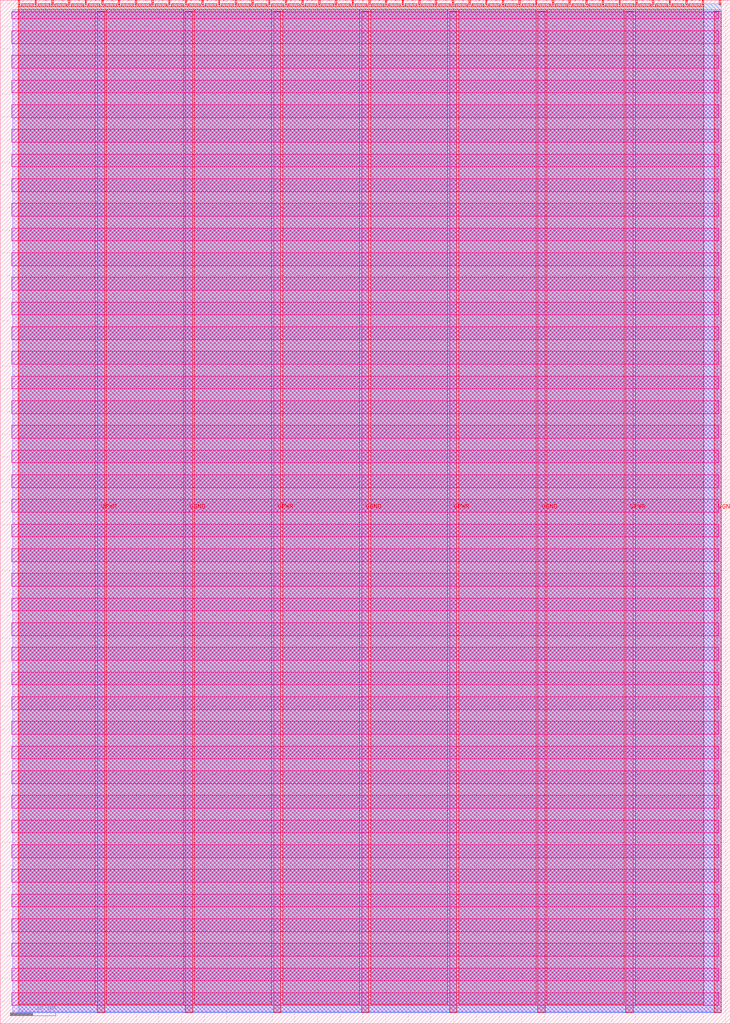
<source format=lef>
VERSION 5.7 ;
  NOWIREEXTENSIONATPIN ON ;
  DIVIDERCHAR "/" ;
  BUSBITCHARS "[]" ;
MACRO tt_um_shadow1229_vga_player
  CLASS BLOCK ;
  FOREIGN tt_um_shadow1229_vga_player ;
  ORIGIN 0.000 0.000 ;
  SIZE 161.000 BY 225.760 ;
  PIN VGND
    DIRECTION INOUT ;
    USE GROUND ;
    PORT
      LAYER met4 ;
        RECT 40.830 2.480 42.430 223.280 ;
    END
    PORT
      LAYER met4 ;
        RECT 79.700 2.480 81.300 223.280 ;
    END
    PORT
      LAYER met4 ;
        RECT 118.570 2.480 120.170 223.280 ;
    END
    PORT
      LAYER met4 ;
        RECT 157.440 2.480 159.040 223.280 ;
    END
  END VGND
  PIN VPWR
    DIRECTION INOUT ;
    USE POWER ;
    PORT
      LAYER met4 ;
        RECT 21.395 2.480 22.995 223.280 ;
    END
    PORT
      LAYER met4 ;
        RECT 60.265 2.480 61.865 223.280 ;
    END
    PORT
      LAYER met4 ;
        RECT 99.135 2.480 100.735 223.280 ;
    END
    PORT
      LAYER met4 ;
        RECT 138.005 2.480 139.605 223.280 ;
    END
  END VPWR
  PIN clk
    DIRECTION INPUT ;
    USE SIGNAL ;
    ANTENNAGATEAREA 0.852000 ;
    PORT
      LAYER met4 ;
        RECT 154.870 224.760 155.170 225.760 ;
    END
  END clk
  PIN ena
    DIRECTION INPUT ;
    USE SIGNAL ;
    PORT
      LAYER met4 ;
        RECT 158.550 224.760 158.850 225.760 ;
    END
  END ena
  PIN rst_n
    DIRECTION INPUT ;
    USE SIGNAL ;
    ANTENNAGATEAREA 0.213000 ;
    PORT
      LAYER met4 ;
        RECT 151.190 224.760 151.490 225.760 ;
    END
  END rst_n
  PIN ui_in[0]
    DIRECTION INPUT ;
    USE SIGNAL ;
    ANTENNAGATEAREA 0.196500 ;
    PORT
      LAYER met4 ;
        RECT 147.510 224.760 147.810 225.760 ;
    END
  END ui_in[0]
  PIN ui_in[1]
    DIRECTION INPUT ;
    USE SIGNAL ;
    ANTENNAGATEAREA 0.159000 ;
    PORT
      LAYER met4 ;
        RECT 143.830 224.760 144.130 225.760 ;
    END
  END ui_in[1]
  PIN ui_in[2]
    DIRECTION INPUT ;
    USE SIGNAL ;
    ANTENNAGATEAREA 0.196500 ;
    PORT
      LAYER met4 ;
        RECT 140.150 224.760 140.450 225.760 ;
    END
  END ui_in[2]
  PIN ui_in[3]
    DIRECTION INPUT ;
    USE SIGNAL ;
    ANTENNAGATEAREA 0.196500 ;
    PORT
      LAYER met4 ;
        RECT 136.470 224.760 136.770 225.760 ;
    END
  END ui_in[3]
  PIN ui_in[4]
    DIRECTION INPUT ;
    USE SIGNAL ;
    ANTENNAGATEAREA 0.196500 ;
    PORT
      LAYER met4 ;
        RECT 132.790 224.760 133.090 225.760 ;
    END
  END ui_in[4]
  PIN ui_in[5]
    DIRECTION INPUT ;
    USE SIGNAL ;
    ANTENNAGATEAREA 0.196500 ;
    PORT
      LAYER met4 ;
        RECT 129.110 224.760 129.410 225.760 ;
    END
  END ui_in[5]
  PIN ui_in[6]
    DIRECTION INPUT ;
    USE SIGNAL ;
    ANTENNAGATEAREA 0.196500 ;
    PORT
      LAYER met4 ;
        RECT 125.430 224.760 125.730 225.760 ;
    END
  END ui_in[6]
  PIN ui_in[7]
    DIRECTION INPUT ;
    USE SIGNAL ;
    ANTENNAGATEAREA 0.196500 ;
    PORT
      LAYER met4 ;
        RECT 121.750 224.760 122.050 225.760 ;
    END
  END ui_in[7]
  PIN uio_in[0]
    DIRECTION INPUT ;
    USE SIGNAL ;
    PORT
      LAYER met4 ;
        RECT 118.070 224.760 118.370 225.760 ;
    END
  END uio_in[0]
  PIN uio_in[1]
    DIRECTION INPUT ;
    USE SIGNAL ;
    PORT
      LAYER met4 ;
        RECT 114.390 224.760 114.690 225.760 ;
    END
  END uio_in[1]
  PIN uio_in[2]
    DIRECTION INPUT ;
    USE SIGNAL ;
    ANTENNAGATEAREA 0.213000 ;
    PORT
      LAYER met4 ;
        RECT 110.710 224.760 111.010 225.760 ;
    END
  END uio_in[2]
  PIN uio_in[3]
    DIRECTION INPUT ;
    USE SIGNAL ;
    ANTENNAGATEAREA 0.213000 ;
    PORT
      LAYER met4 ;
        RECT 107.030 224.760 107.330 225.760 ;
    END
  END uio_in[3]
  PIN uio_in[4]
    DIRECTION INPUT ;
    USE SIGNAL ;
    ANTENNAGATEAREA 0.213000 ;
    PORT
      LAYER met4 ;
        RECT 103.350 224.760 103.650 225.760 ;
    END
  END uio_in[4]
  PIN uio_in[5]
    DIRECTION INPUT ;
    USE SIGNAL ;
    ANTENNAGATEAREA 0.196500 ;
    PORT
      LAYER met4 ;
        RECT 99.670 224.760 99.970 225.760 ;
    END
  END uio_in[5]
  PIN uio_in[6]
    DIRECTION INPUT ;
    USE SIGNAL ;
    PORT
      LAYER met4 ;
        RECT 95.990 224.760 96.290 225.760 ;
    END
  END uio_in[6]
  PIN uio_in[7]
    DIRECTION INPUT ;
    USE SIGNAL ;
    PORT
      LAYER met4 ;
        RECT 92.310 224.760 92.610 225.760 ;
    END
  END uio_in[7]
  PIN uio_oe[0]
    DIRECTION OUTPUT TRISTATE ;
    USE SIGNAL ;
    ANTENNADIFFAREA 0.445500 ;
    PORT
      LAYER met4 ;
        RECT 29.750 224.760 30.050 225.760 ;
    END
  END uio_oe[0]
  PIN uio_oe[1]
    DIRECTION OUTPUT TRISTATE ;
    USE SIGNAL ;
    ANTENNADIFFAREA 0.445500 ;
    PORT
      LAYER met4 ;
        RECT 26.070 224.760 26.370 225.760 ;
    END
  END uio_oe[1]
  PIN uio_oe[2]
    DIRECTION OUTPUT TRISTATE ;
    USE SIGNAL ;
    ANTENNADIFFAREA 0.445500 ;
    PORT
      LAYER met4 ;
        RECT 22.390 224.760 22.690 225.760 ;
    END
  END uio_oe[2]
  PIN uio_oe[3]
    DIRECTION OUTPUT TRISTATE ;
    USE SIGNAL ;
    PORT
      LAYER met4 ;
        RECT 18.710 224.760 19.010 225.760 ;
    END
  END uio_oe[3]
  PIN uio_oe[4]
    DIRECTION OUTPUT TRISTATE ;
    USE SIGNAL ;
    PORT
      LAYER met4 ;
        RECT 15.030 224.760 15.330 225.760 ;
    END
  END uio_oe[4]
  PIN uio_oe[5]
    DIRECTION OUTPUT TRISTATE ;
    USE SIGNAL ;
    PORT
      LAYER met4 ;
        RECT 11.350 224.760 11.650 225.760 ;
    END
  END uio_oe[5]
  PIN uio_oe[6]
    DIRECTION OUTPUT TRISTATE ;
    USE SIGNAL ;
    PORT
      LAYER met4 ;
        RECT 7.670 224.760 7.970 225.760 ;
    END
  END uio_oe[6]
  PIN uio_oe[7]
    DIRECTION OUTPUT TRISTATE ;
    USE SIGNAL ;
    PORT
      LAYER met4 ;
        RECT 3.990 224.760 4.290 225.760 ;
    END
  END uio_oe[7]
  PIN uio_out[0]
    DIRECTION OUTPUT TRISTATE ;
    USE SIGNAL ;
    ANTENNADIFFAREA 0.445500 ;
    PORT
      LAYER met4 ;
        RECT 59.190 224.760 59.490 225.760 ;
    END
  END uio_out[0]
  PIN uio_out[1]
    DIRECTION OUTPUT TRISTATE ;
    USE SIGNAL ;
    ANTENNADIFFAREA 0.445500 ;
    PORT
      LAYER met4 ;
        RECT 55.510 224.760 55.810 225.760 ;
    END
  END uio_out[1]
  PIN uio_out[2]
    DIRECTION OUTPUT TRISTATE ;
    USE SIGNAL ;
    ANTENNAGATEAREA 0.495000 ;
    ANTENNADIFFAREA 0.891000 ;
    PORT
      LAYER met4 ;
        RECT 51.830 224.760 52.130 225.760 ;
    END
  END uio_out[2]
  PIN uio_out[3]
    DIRECTION OUTPUT TRISTATE ;
    USE SIGNAL ;
    ANTENNAGATEAREA 0.126000 ;
    ANTENNADIFFAREA 0.445500 ;
    PORT
      LAYER met4 ;
        RECT 48.150 224.760 48.450 225.760 ;
    END
  END uio_out[3]
  PIN uio_out[4]
    DIRECTION OUTPUT TRISTATE ;
    USE SIGNAL ;
    ANTENNAGATEAREA 0.126000 ;
    ANTENNADIFFAREA 0.445500 ;
    PORT
      LAYER met4 ;
        RECT 44.470 224.760 44.770 225.760 ;
    END
  END uio_out[4]
  PIN uio_out[5]
    DIRECTION OUTPUT TRISTATE ;
    USE SIGNAL ;
    ANTENNAGATEAREA 0.126000 ;
    ANTENNADIFFAREA 0.445500 ;
    PORT
      LAYER met4 ;
        RECT 40.790 224.760 41.090 225.760 ;
    END
  END uio_out[5]
  PIN uio_out[6]
    DIRECTION OUTPUT TRISTATE ;
    USE SIGNAL ;
    ANTENNADIFFAREA 0.445500 ;
    PORT
      LAYER met4 ;
        RECT 37.110 224.760 37.410 225.760 ;
    END
  END uio_out[6]
  PIN uio_out[7]
    DIRECTION OUTPUT TRISTATE ;
    USE SIGNAL ;
    ANTENNADIFFAREA 0.795200 ;
    PORT
      LAYER met4 ;
        RECT 33.430 224.760 33.730 225.760 ;
    END
  END uio_out[7]
  PIN uo_out[0]
    DIRECTION OUTPUT TRISTATE ;
    USE SIGNAL ;
    ANTENNADIFFAREA 0.462000 ;
    PORT
      LAYER met4 ;
        RECT 88.630 224.760 88.930 225.760 ;
    END
  END uo_out[0]
  PIN uo_out[1]
    DIRECTION OUTPUT TRISTATE ;
    USE SIGNAL ;
    ANTENNADIFFAREA 0.795200 ;
    PORT
      LAYER met4 ;
        RECT 84.950 224.760 85.250 225.760 ;
    END
  END uo_out[1]
  PIN uo_out[2]
    DIRECTION OUTPUT TRISTATE ;
    USE SIGNAL ;
    ANTENNAGATEAREA 0.252000 ;
    ANTENNADIFFAREA 0.795200 ;
    PORT
      LAYER met4 ;
        RECT 81.270 224.760 81.570 225.760 ;
    END
  END uo_out[2]
  PIN uo_out[3]
    DIRECTION OUTPUT TRISTATE ;
    USE SIGNAL ;
    ANTENNADIFFAREA 0.445500 ;
    PORT
      LAYER met4 ;
        RECT 77.590 224.760 77.890 225.760 ;
    END
  END uo_out[3]
  PIN uo_out[4]
    DIRECTION OUTPUT TRISTATE ;
    USE SIGNAL ;
    ANTENNADIFFAREA 0.462000 ;
    PORT
      LAYER met4 ;
        RECT 73.910 224.760 74.210 225.760 ;
    END
  END uo_out[4]
  PIN uo_out[5]
    DIRECTION OUTPUT TRISTATE ;
    USE SIGNAL ;
    ANTENNAGATEAREA 0.373500 ;
    ANTENNADIFFAREA 0.795200 ;
    PORT
      LAYER met4 ;
        RECT 70.230 224.760 70.530 225.760 ;
    END
  END uo_out[5]
  PIN uo_out[6]
    DIRECTION OUTPUT TRISTATE ;
    USE SIGNAL ;
    ANTENNADIFFAREA 0.795200 ;
    PORT
      LAYER met4 ;
        RECT 66.550 224.760 66.850 225.760 ;
    END
  END uo_out[6]
  PIN uo_out[7]
    DIRECTION OUTPUT TRISTATE ;
    USE SIGNAL ;
    ANTENNADIFFAREA 0.795200 ;
    PORT
      LAYER met4 ;
        RECT 62.870 224.760 63.170 225.760 ;
    END
  END uo_out[7]
  OBS
      LAYER nwell ;
        RECT 2.570 221.625 158.430 223.230 ;
        RECT 2.570 216.185 158.430 219.015 ;
        RECT 2.570 210.745 158.430 213.575 ;
        RECT 2.570 205.305 158.430 208.135 ;
        RECT 2.570 199.865 158.430 202.695 ;
        RECT 2.570 194.425 158.430 197.255 ;
        RECT 2.570 188.985 158.430 191.815 ;
        RECT 2.570 183.545 158.430 186.375 ;
        RECT 2.570 178.105 158.430 180.935 ;
        RECT 2.570 172.665 158.430 175.495 ;
        RECT 2.570 167.225 158.430 170.055 ;
        RECT 2.570 161.785 158.430 164.615 ;
        RECT 2.570 156.345 158.430 159.175 ;
        RECT 2.570 150.905 158.430 153.735 ;
        RECT 2.570 145.465 158.430 148.295 ;
        RECT 2.570 140.025 158.430 142.855 ;
        RECT 2.570 134.585 158.430 137.415 ;
        RECT 2.570 129.145 158.430 131.975 ;
        RECT 2.570 123.705 158.430 126.535 ;
        RECT 2.570 118.265 158.430 121.095 ;
        RECT 2.570 112.825 158.430 115.655 ;
        RECT 2.570 107.385 158.430 110.215 ;
        RECT 2.570 101.945 158.430 104.775 ;
        RECT 2.570 96.505 158.430 99.335 ;
        RECT 2.570 91.065 158.430 93.895 ;
        RECT 2.570 85.625 158.430 88.455 ;
        RECT 2.570 80.185 158.430 83.015 ;
        RECT 2.570 74.745 158.430 77.575 ;
        RECT 2.570 69.305 158.430 72.135 ;
        RECT 2.570 63.865 158.430 66.695 ;
        RECT 2.570 58.425 158.430 61.255 ;
        RECT 2.570 52.985 158.430 55.815 ;
        RECT 2.570 47.545 158.430 50.375 ;
        RECT 2.570 42.105 158.430 44.935 ;
        RECT 2.570 36.665 158.430 39.495 ;
        RECT 2.570 31.225 158.430 34.055 ;
        RECT 2.570 25.785 158.430 28.615 ;
        RECT 2.570 20.345 158.430 23.175 ;
        RECT 2.570 14.905 158.430 17.735 ;
        RECT 2.570 9.465 158.430 12.295 ;
        RECT 2.570 4.025 158.430 6.855 ;
      LAYER li1 ;
        RECT 2.760 2.635 158.240 223.125 ;
      LAYER met1 ;
        RECT 2.760 2.480 159.040 223.680 ;
      LAYER met2 ;
        RECT 4.230 2.535 159.010 224.925 ;
      LAYER met3 ;
        RECT 3.950 2.555 159.030 224.905 ;
      LAYER met4 ;
        RECT 4.690 224.360 7.270 224.905 ;
        RECT 8.370 224.360 10.950 224.905 ;
        RECT 12.050 224.360 14.630 224.905 ;
        RECT 15.730 224.360 18.310 224.905 ;
        RECT 19.410 224.360 21.990 224.905 ;
        RECT 23.090 224.360 25.670 224.905 ;
        RECT 26.770 224.360 29.350 224.905 ;
        RECT 30.450 224.360 33.030 224.905 ;
        RECT 34.130 224.360 36.710 224.905 ;
        RECT 37.810 224.360 40.390 224.905 ;
        RECT 41.490 224.360 44.070 224.905 ;
        RECT 45.170 224.360 47.750 224.905 ;
        RECT 48.850 224.360 51.430 224.905 ;
        RECT 52.530 224.360 55.110 224.905 ;
        RECT 56.210 224.360 58.790 224.905 ;
        RECT 59.890 224.360 62.470 224.905 ;
        RECT 63.570 224.360 66.150 224.905 ;
        RECT 67.250 224.360 69.830 224.905 ;
        RECT 70.930 224.360 73.510 224.905 ;
        RECT 74.610 224.360 77.190 224.905 ;
        RECT 78.290 224.360 80.870 224.905 ;
        RECT 81.970 224.360 84.550 224.905 ;
        RECT 85.650 224.360 88.230 224.905 ;
        RECT 89.330 224.360 91.910 224.905 ;
        RECT 93.010 224.360 95.590 224.905 ;
        RECT 96.690 224.360 99.270 224.905 ;
        RECT 100.370 224.360 102.950 224.905 ;
        RECT 104.050 224.360 106.630 224.905 ;
        RECT 107.730 224.360 110.310 224.905 ;
        RECT 111.410 224.360 113.990 224.905 ;
        RECT 115.090 224.360 117.670 224.905 ;
        RECT 118.770 224.360 121.350 224.905 ;
        RECT 122.450 224.360 125.030 224.905 ;
        RECT 126.130 224.360 128.710 224.905 ;
        RECT 129.810 224.360 132.390 224.905 ;
        RECT 133.490 224.360 136.070 224.905 ;
        RECT 137.170 224.360 139.750 224.905 ;
        RECT 140.850 224.360 143.430 224.905 ;
        RECT 144.530 224.360 147.110 224.905 ;
        RECT 148.210 224.360 150.790 224.905 ;
        RECT 151.890 224.360 154.470 224.905 ;
        RECT 3.975 223.680 155.185 224.360 ;
        RECT 3.975 4.255 20.995 223.680 ;
        RECT 23.395 4.255 40.430 223.680 ;
        RECT 42.830 4.255 59.865 223.680 ;
        RECT 62.265 4.255 79.300 223.680 ;
        RECT 81.700 4.255 98.735 223.680 ;
        RECT 101.135 4.255 118.170 223.680 ;
        RECT 120.570 4.255 137.605 223.680 ;
        RECT 140.005 4.255 155.185 223.680 ;
  END
END tt_um_shadow1229_vga_player
END LIBRARY


</source>
